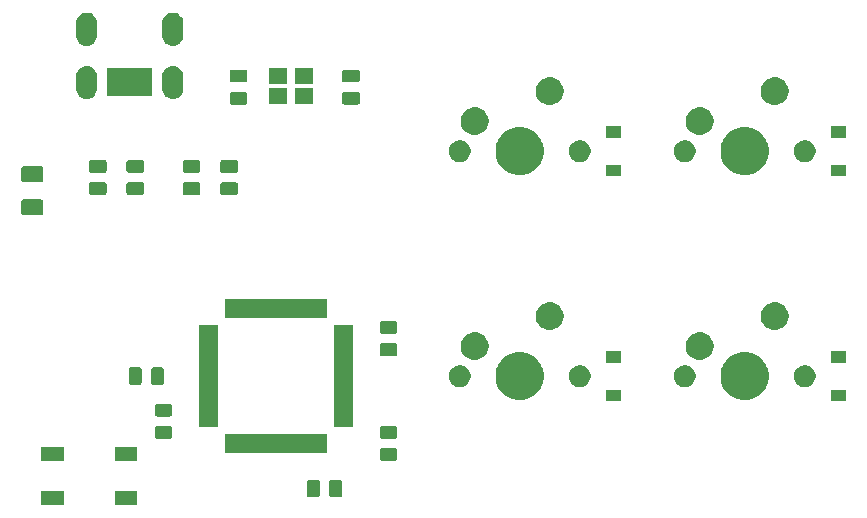
<source format=gbs>
G04 #@! TF.GenerationSoftware,KiCad,Pcbnew,(5.1.5)-3*
G04 #@! TF.CreationDate,2020-03-21T14:26:23+08:00*
G04 #@! TF.ProjectId,PCB Design,50434220-4465-4736-9967-6e2e6b696361,rev?*
G04 #@! TF.SameCoordinates,Original*
G04 #@! TF.FileFunction,Soldermask,Bot*
G04 #@! TF.FilePolarity,Negative*
%FSLAX46Y46*%
G04 Gerber Fmt 4.6, Leading zero omitted, Abs format (unit mm)*
G04 Created by KiCad (PCBNEW (5.1.5)-3) date 2020-03-21 14:26:23*
%MOMM*%
%LPD*%
G04 APERTURE LIST*
%ADD10C,0.100000*%
G04 APERTURE END LIST*
D10*
G36*
X175576000Y-166494750D02*
G01*
X173674000Y-166494750D01*
X173674000Y-165292750D01*
X175576000Y-165292750D01*
X175576000Y-166494750D01*
G37*
G36*
X169376000Y-166494750D02*
G01*
X167474000Y-166494750D01*
X167474000Y-165292750D01*
X169376000Y-165292750D01*
X169376000Y-166494750D01*
G37*
G36*
X190871968Y-164353565D02*
G01*
X190910638Y-164365296D01*
X190946277Y-164384346D01*
X190977517Y-164409983D01*
X191003154Y-164441223D01*
X191022204Y-164476862D01*
X191033935Y-164515532D01*
X191038500Y-164561888D01*
X191038500Y-165638112D01*
X191033935Y-165684468D01*
X191022204Y-165723138D01*
X191003154Y-165758777D01*
X190977517Y-165790017D01*
X190946277Y-165815654D01*
X190910638Y-165834704D01*
X190871968Y-165846435D01*
X190825612Y-165851000D01*
X190174388Y-165851000D01*
X190128032Y-165846435D01*
X190089362Y-165834704D01*
X190053723Y-165815654D01*
X190022483Y-165790017D01*
X189996846Y-165758777D01*
X189977796Y-165723138D01*
X189966065Y-165684468D01*
X189961500Y-165638112D01*
X189961500Y-164561888D01*
X189966065Y-164515532D01*
X189977796Y-164476862D01*
X189996846Y-164441223D01*
X190022483Y-164409983D01*
X190053723Y-164384346D01*
X190089362Y-164365296D01*
X190128032Y-164353565D01*
X190174388Y-164349000D01*
X190825612Y-164349000D01*
X190871968Y-164353565D01*
G37*
G36*
X192746968Y-164353565D02*
G01*
X192785638Y-164365296D01*
X192821277Y-164384346D01*
X192852517Y-164409983D01*
X192878154Y-164441223D01*
X192897204Y-164476862D01*
X192908935Y-164515532D01*
X192913500Y-164561888D01*
X192913500Y-165638112D01*
X192908935Y-165684468D01*
X192897204Y-165723138D01*
X192878154Y-165758777D01*
X192852517Y-165790017D01*
X192821277Y-165815654D01*
X192785638Y-165834704D01*
X192746968Y-165846435D01*
X192700612Y-165851000D01*
X192049388Y-165851000D01*
X192003032Y-165846435D01*
X191964362Y-165834704D01*
X191928723Y-165815654D01*
X191897483Y-165790017D01*
X191871846Y-165758777D01*
X191852796Y-165723138D01*
X191841065Y-165684468D01*
X191836500Y-165638112D01*
X191836500Y-164561888D01*
X191841065Y-164515532D01*
X191852796Y-164476862D01*
X191871846Y-164441223D01*
X191897483Y-164409983D01*
X191928723Y-164384346D01*
X191964362Y-164365296D01*
X192003032Y-164353565D01*
X192049388Y-164349000D01*
X192700612Y-164349000D01*
X192746968Y-164353565D01*
G37*
G36*
X169376000Y-162794750D02*
G01*
X167474000Y-162794750D01*
X167474000Y-161592750D01*
X169376000Y-161592750D01*
X169376000Y-162794750D01*
G37*
G36*
X175576000Y-162794750D02*
G01*
X173674000Y-162794750D01*
X173674000Y-161592750D01*
X175576000Y-161592750D01*
X175576000Y-162794750D01*
G37*
G36*
X197434468Y-161678565D02*
G01*
X197473138Y-161690296D01*
X197508777Y-161709346D01*
X197540017Y-161734983D01*
X197565654Y-161766223D01*
X197584704Y-161801862D01*
X197596435Y-161840532D01*
X197601000Y-161886888D01*
X197601000Y-162538112D01*
X197596435Y-162584468D01*
X197584704Y-162623138D01*
X197565654Y-162658777D01*
X197540017Y-162690017D01*
X197508777Y-162715654D01*
X197473138Y-162734704D01*
X197434468Y-162746435D01*
X197388112Y-162751000D01*
X196311888Y-162751000D01*
X196265532Y-162746435D01*
X196226862Y-162734704D01*
X196191223Y-162715654D01*
X196159983Y-162690017D01*
X196134346Y-162658777D01*
X196115296Y-162623138D01*
X196103565Y-162584468D01*
X196099000Y-162538112D01*
X196099000Y-161886888D01*
X196103565Y-161840532D01*
X196115296Y-161801862D01*
X196134346Y-161766223D01*
X196159983Y-161734983D01*
X196191223Y-161709346D01*
X196226862Y-161690296D01*
X196265532Y-161678565D01*
X196311888Y-161674000D01*
X197388112Y-161674000D01*
X197434468Y-161678565D01*
G37*
G36*
X191651000Y-162076000D02*
G01*
X182999000Y-162076000D01*
X182999000Y-160474000D01*
X191651000Y-160474000D01*
X191651000Y-162076000D01*
G37*
G36*
X197434468Y-159803565D02*
G01*
X197473138Y-159815296D01*
X197508777Y-159834346D01*
X197540017Y-159859983D01*
X197565654Y-159891223D01*
X197584704Y-159926862D01*
X197596435Y-159965532D01*
X197601000Y-160011888D01*
X197601000Y-160663112D01*
X197596435Y-160709468D01*
X197584704Y-160748138D01*
X197565654Y-160783777D01*
X197540017Y-160815017D01*
X197508777Y-160840654D01*
X197473138Y-160859704D01*
X197434468Y-160871435D01*
X197388112Y-160876000D01*
X196311888Y-160876000D01*
X196265532Y-160871435D01*
X196226862Y-160859704D01*
X196191223Y-160840654D01*
X196159983Y-160815017D01*
X196134346Y-160783777D01*
X196115296Y-160748138D01*
X196103565Y-160709468D01*
X196099000Y-160663112D01*
X196099000Y-160011888D01*
X196103565Y-159965532D01*
X196115296Y-159926862D01*
X196134346Y-159891223D01*
X196159983Y-159859983D01*
X196191223Y-159834346D01*
X196226862Y-159815296D01*
X196265532Y-159803565D01*
X196311888Y-159799000D01*
X197388112Y-159799000D01*
X197434468Y-159803565D01*
G37*
G36*
X178384468Y-159803565D02*
G01*
X178423138Y-159815296D01*
X178458777Y-159834346D01*
X178490017Y-159859983D01*
X178515654Y-159891223D01*
X178534704Y-159926862D01*
X178546435Y-159965532D01*
X178551000Y-160011888D01*
X178551000Y-160663112D01*
X178546435Y-160709468D01*
X178534704Y-160748138D01*
X178515654Y-160783777D01*
X178490017Y-160815017D01*
X178458777Y-160840654D01*
X178423138Y-160859704D01*
X178384468Y-160871435D01*
X178338112Y-160876000D01*
X177261888Y-160876000D01*
X177215532Y-160871435D01*
X177176862Y-160859704D01*
X177141223Y-160840654D01*
X177109983Y-160815017D01*
X177084346Y-160783777D01*
X177065296Y-160748138D01*
X177053565Y-160709468D01*
X177049000Y-160663112D01*
X177049000Y-160011888D01*
X177053565Y-159965532D01*
X177065296Y-159926862D01*
X177084346Y-159891223D01*
X177109983Y-159859983D01*
X177141223Y-159834346D01*
X177176862Y-159815296D01*
X177215532Y-159803565D01*
X177261888Y-159799000D01*
X178338112Y-159799000D01*
X178384468Y-159803565D01*
G37*
G36*
X182426000Y-159901000D02*
G01*
X180824000Y-159901000D01*
X180824000Y-151249000D01*
X182426000Y-151249000D01*
X182426000Y-159901000D01*
G37*
G36*
X193826000Y-159901000D02*
G01*
X192224000Y-159901000D01*
X192224000Y-151249000D01*
X193826000Y-151249000D01*
X193826000Y-159901000D01*
G37*
G36*
X178384468Y-157928565D02*
G01*
X178423138Y-157940296D01*
X178458777Y-157959346D01*
X178490017Y-157984983D01*
X178515654Y-158016223D01*
X178534704Y-158051862D01*
X178546435Y-158090532D01*
X178551000Y-158136888D01*
X178551000Y-158788112D01*
X178546435Y-158834468D01*
X178534704Y-158873138D01*
X178515654Y-158908777D01*
X178490017Y-158940017D01*
X178458777Y-158965654D01*
X178423138Y-158984704D01*
X178384468Y-158996435D01*
X178338112Y-159001000D01*
X177261888Y-159001000D01*
X177215532Y-158996435D01*
X177176862Y-158984704D01*
X177141223Y-158965654D01*
X177109983Y-158940017D01*
X177084346Y-158908777D01*
X177065296Y-158873138D01*
X177053565Y-158834468D01*
X177049000Y-158788112D01*
X177049000Y-158136888D01*
X177053565Y-158090532D01*
X177065296Y-158051862D01*
X177084346Y-158016223D01*
X177109983Y-157984983D01*
X177141223Y-157959346D01*
X177176862Y-157940296D01*
X177215532Y-157928565D01*
X177261888Y-157924000D01*
X178338112Y-157924000D01*
X178384468Y-157928565D01*
G37*
G36*
X235601000Y-157726000D02*
G01*
X234299000Y-157726000D01*
X234299000Y-156724000D01*
X235601000Y-156724000D01*
X235601000Y-157726000D01*
G37*
G36*
X216551000Y-157726000D02*
G01*
X215249000Y-157726000D01*
X215249000Y-156724000D01*
X216551000Y-156724000D01*
X216551000Y-157726000D01*
G37*
G36*
X208558974Y-153608684D02*
G01*
X208776974Y-153698983D01*
X208931123Y-153762833D01*
X209266048Y-153986623D01*
X209550877Y-154271452D01*
X209774667Y-154606377D01*
X209807062Y-154684586D01*
X209928816Y-154978526D01*
X210007400Y-155373594D01*
X210007400Y-155776406D01*
X209928816Y-156171474D01*
X209877951Y-156294272D01*
X209774667Y-156543623D01*
X209550877Y-156878548D01*
X209266048Y-157163377D01*
X208931123Y-157387167D01*
X208776974Y-157451017D01*
X208558974Y-157541316D01*
X208163906Y-157619900D01*
X207761094Y-157619900D01*
X207366026Y-157541316D01*
X207148026Y-157451017D01*
X206993877Y-157387167D01*
X206658952Y-157163377D01*
X206374123Y-156878548D01*
X206150333Y-156543623D01*
X206047049Y-156294272D01*
X205996184Y-156171474D01*
X205917600Y-155776406D01*
X205917600Y-155373594D01*
X205996184Y-154978526D01*
X206117938Y-154684586D01*
X206150333Y-154606377D01*
X206374123Y-154271452D01*
X206658952Y-153986623D01*
X206993877Y-153762833D01*
X207148026Y-153698983D01*
X207366026Y-153608684D01*
X207761094Y-153530100D01*
X208163906Y-153530100D01*
X208558974Y-153608684D01*
G37*
G36*
X227608974Y-153608684D02*
G01*
X227826974Y-153698983D01*
X227981123Y-153762833D01*
X228316048Y-153986623D01*
X228600877Y-154271452D01*
X228824667Y-154606377D01*
X228857062Y-154684586D01*
X228978816Y-154978526D01*
X229057400Y-155373594D01*
X229057400Y-155776406D01*
X228978816Y-156171474D01*
X228927951Y-156294272D01*
X228824667Y-156543623D01*
X228600877Y-156878548D01*
X228316048Y-157163377D01*
X227981123Y-157387167D01*
X227826974Y-157451017D01*
X227608974Y-157541316D01*
X227213906Y-157619900D01*
X226811094Y-157619900D01*
X226416026Y-157541316D01*
X226198026Y-157451017D01*
X226043877Y-157387167D01*
X225708952Y-157163377D01*
X225424123Y-156878548D01*
X225200333Y-156543623D01*
X225097049Y-156294272D01*
X225046184Y-156171474D01*
X224967600Y-155776406D01*
X224967600Y-155373594D01*
X225046184Y-154978526D01*
X225167938Y-154684586D01*
X225200333Y-154606377D01*
X225424123Y-154271452D01*
X225708952Y-153986623D01*
X226043877Y-153762833D01*
X226198026Y-153698983D01*
X226416026Y-153608684D01*
X226811094Y-153530100D01*
X227213906Y-153530100D01*
X227608974Y-153608684D01*
G37*
G36*
X203152604Y-154684585D02*
G01*
X203321126Y-154754389D01*
X203472791Y-154855728D01*
X203601772Y-154984709D01*
X203703111Y-155136374D01*
X203772915Y-155304896D01*
X203808500Y-155483797D01*
X203808500Y-155666203D01*
X203772915Y-155845104D01*
X203703111Y-156013626D01*
X203601772Y-156165291D01*
X203472791Y-156294272D01*
X203321126Y-156395611D01*
X203152604Y-156465415D01*
X202973703Y-156501000D01*
X202791297Y-156501000D01*
X202612396Y-156465415D01*
X202443874Y-156395611D01*
X202292209Y-156294272D01*
X202163228Y-156165291D01*
X202061889Y-156013626D01*
X201992085Y-155845104D01*
X201956500Y-155666203D01*
X201956500Y-155483797D01*
X201992085Y-155304896D01*
X202061889Y-155136374D01*
X202163228Y-154984709D01*
X202292209Y-154855728D01*
X202443874Y-154754389D01*
X202612396Y-154684585D01*
X202791297Y-154649000D01*
X202973703Y-154649000D01*
X203152604Y-154684585D01*
G37*
G36*
X232362604Y-154684585D02*
G01*
X232531126Y-154754389D01*
X232682791Y-154855728D01*
X232811772Y-154984709D01*
X232913111Y-155136374D01*
X232982915Y-155304896D01*
X233018500Y-155483797D01*
X233018500Y-155666203D01*
X232982915Y-155845104D01*
X232913111Y-156013626D01*
X232811772Y-156165291D01*
X232682791Y-156294272D01*
X232531126Y-156395611D01*
X232362604Y-156465415D01*
X232183703Y-156501000D01*
X232001297Y-156501000D01*
X231822396Y-156465415D01*
X231653874Y-156395611D01*
X231502209Y-156294272D01*
X231373228Y-156165291D01*
X231271889Y-156013626D01*
X231202085Y-155845104D01*
X231166500Y-155666203D01*
X231166500Y-155483797D01*
X231202085Y-155304896D01*
X231271889Y-155136374D01*
X231373228Y-154984709D01*
X231502209Y-154855728D01*
X231653874Y-154754389D01*
X231822396Y-154684585D01*
X232001297Y-154649000D01*
X232183703Y-154649000D01*
X232362604Y-154684585D01*
G37*
G36*
X222202604Y-154684585D02*
G01*
X222371126Y-154754389D01*
X222522791Y-154855728D01*
X222651772Y-154984709D01*
X222753111Y-155136374D01*
X222822915Y-155304896D01*
X222858500Y-155483797D01*
X222858500Y-155666203D01*
X222822915Y-155845104D01*
X222753111Y-156013626D01*
X222651772Y-156165291D01*
X222522791Y-156294272D01*
X222371126Y-156395611D01*
X222202604Y-156465415D01*
X222023703Y-156501000D01*
X221841297Y-156501000D01*
X221662396Y-156465415D01*
X221493874Y-156395611D01*
X221342209Y-156294272D01*
X221213228Y-156165291D01*
X221111889Y-156013626D01*
X221042085Y-155845104D01*
X221006500Y-155666203D01*
X221006500Y-155483797D01*
X221042085Y-155304896D01*
X221111889Y-155136374D01*
X221213228Y-154984709D01*
X221342209Y-154855728D01*
X221493874Y-154754389D01*
X221662396Y-154684585D01*
X221841297Y-154649000D01*
X222023703Y-154649000D01*
X222202604Y-154684585D01*
G37*
G36*
X213312604Y-154684585D02*
G01*
X213481126Y-154754389D01*
X213632791Y-154855728D01*
X213761772Y-154984709D01*
X213863111Y-155136374D01*
X213932915Y-155304896D01*
X213968500Y-155483797D01*
X213968500Y-155666203D01*
X213932915Y-155845104D01*
X213863111Y-156013626D01*
X213761772Y-156165291D01*
X213632791Y-156294272D01*
X213481126Y-156395611D01*
X213312604Y-156465415D01*
X213133703Y-156501000D01*
X212951297Y-156501000D01*
X212772396Y-156465415D01*
X212603874Y-156395611D01*
X212452209Y-156294272D01*
X212323228Y-156165291D01*
X212221889Y-156013626D01*
X212152085Y-155845104D01*
X212116500Y-155666203D01*
X212116500Y-155483797D01*
X212152085Y-155304896D01*
X212221889Y-155136374D01*
X212323228Y-154984709D01*
X212452209Y-154855728D01*
X212603874Y-154754389D01*
X212772396Y-154684585D01*
X212951297Y-154649000D01*
X213133703Y-154649000D01*
X213312604Y-154684585D01*
G37*
G36*
X175790718Y-154828565D02*
G01*
X175829388Y-154840296D01*
X175865027Y-154859346D01*
X175896267Y-154884983D01*
X175921904Y-154916223D01*
X175940954Y-154951862D01*
X175952685Y-154990532D01*
X175957250Y-155036888D01*
X175957250Y-156113112D01*
X175952685Y-156159468D01*
X175940954Y-156198138D01*
X175921904Y-156233777D01*
X175896267Y-156265017D01*
X175865027Y-156290654D01*
X175829388Y-156309704D01*
X175790718Y-156321435D01*
X175744362Y-156326000D01*
X175093138Y-156326000D01*
X175046782Y-156321435D01*
X175008112Y-156309704D01*
X174972473Y-156290654D01*
X174941233Y-156265017D01*
X174915596Y-156233777D01*
X174896546Y-156198138D01*
X174884815Y-156159468D01*
X174880250Y-156113112D01*
X174880250Y-155036888D01*
X174884815Y-154990532D01*
X174896546Y-154951862D01*
X174915596Y-154916223D01*
X174941233Y-154884983D01*
X174972473Y-154859346D01*
X175008112Y-154840296D01*
X175046782Y-154828565D01*
X175093138Y-154824000D01*
X175744362Y-154824000D01*
X175790718Y-154828565D01*
G37*
G36*
X177665718Y-154828565D02*
G01*
X177704388Y-154840296D01*
X177740027Y-154859346D01*
X177771267Y-154884983D01*
X177796904Y-154916223D01*
X177815954Y-154951862D01*
X177827685Y-154990532D01*
X177832250Y-155036888D01*
X177832250Y-156113112D01*
X177827685Y-156159468D01*
X177815954Y-156198138D01*
X177796904Y-156233777D01*
X177771267Y-156265017D01*
X177740027Y-156290654D01*
X177704388Y-156309704D01*
X177665718Y-156321435D01*
X177619362Y-156326000D01*
X176968138Y-156326000D01*
X176921782Y-156321435D01*
X176883112Y-156309704D01*
X176847473Y-156290654D01*
X176816233Y-156265017D01*
X176790596Y-156233777D01*
X176771546Y-156198138D01*
X176759815Y-156159468D01*
X176755250Y-156113112D01*
X176755250Y-155036888D01*
X176759815Y-154990532D01*
X176771546Y-154951862D01*
X176790596Y-154916223D01*
X176816233Y-154884983D01*
X176847473Y-154859346D01*
X176883112Y-154840296D01*
X176921782Y-154828565D01*
X176968138Y-154824000D01*
X177619362Y-154824000D01*
X177665718Y-154828565D01*
G37*
G36*
X216551000Y-154426000D02*
G01*
X215249000Y-154426000D01*
X215249000Y-153424000D01*
X216551000Y-153424000D01*
X216551000Y-154426000D01*
G37*
G36*
X235601000Y-154426000D02*
G01*
X234299000Y-154426000D01*
X234299000Y-153424000D01*
X235601000Y-153424000D01*
X235601000Y-154426000D01*
G37*
G36*
X204339403Y-151873138D02*
G01*
X204495527Y-151904193D01*
X204709545Y-151992842D01*
X204714922Y-151996435D01*
X204902154Y-152121539D01*
X205065961Y-152285346D01*
X205151758Y-152413751D01*
X205194658Y-152477955D01*
X205283307Y-152691973D01*
X205304596Y-152799000D01*
X205328399Y-152918663D01*
X205328500Y-152919174D01*
X205328500Y-153150826D01*
X205283307Y-153378027D01*
X205194658Y-153592045D01*
X205194657Y-153592046D01*
X205065961Y-153784654D01*
X204902154Y-153948461D01*
X204845040Y-153986623D01*
X204709545Y-154077158D01*
X204495527Y-154165807D01*
X204344060Y-154195936D01*
X204268327Y-154211000D01*
X204036673Y-154211000D01*
X203960940Y-154195936D01*
X203809473Y-154165807D01*
X203595455Y-154077158D01*
X203459960Y-153986623D01*
X203402846Y-153948461D01*
X203239039Y-153784654D01*
X203110343Y-153592046D01*
X203110342Y-153592045D01*
X203021693Y-153378027D01*
X202976500Y-153150826D01*
X202976500Y-152919174D01*
X202976602Y-152918663D01*
X203000404Y-152799000D01*
X203021693Y-152691973D01*
X203110342Y-152477955D01*
X203153242Y-152413751D01*
X203239039Y-152285346D01*
X203402846Y-152121539D01*
X203590078Y-151996435D01*
X203595455Y-151992842D01*
X203809473Y-151904193D01*
X203965597Y-151873138D01*
X204036673Y-151859000D01*
X204268327Y-151859000D01*
X204339403Y-151873138D01*
G37*
G36*
X223389403Y-151873138D02*
G01*
X223545527Y-151904193D01*
X223759545Y-151992842D01*
X223764922Y-151996435D01*
X223952154Y-152121539D01*
X224115961Y-152285346D01*
X224201758Y-152413751D01*
X224244658Y-152477955D01*
X224333307Y-152691973D01*
X224354596Y-152799000D01*
X224378399Y-152918663D01*
X224378500Y-152919174D01*
X224378500Y-153150826D01*
X224333307Y-153378027D01*
X224244658Y-153592045D01*
X224244657Y-153592046D01*
X224115961Y-153784654D01*
X223952154Y-153948461D01*
X223895040Y-153986623D01*
X223759545Y-154077158D01*
X223545527Y-154165807D01*
X223394060Y-154195936D01*
X223318327Y-154211000D01*
X223086673Y-154211000D01*
X223010940Y-154195936D01*
X222859473Y-154165807D01*
X222645455Y-154077158D01*
X222509960Y-153986623D01*
X222452846Y-153948461D01*
X222289039Y-153784654D01*
X222160343Y-153592046D01*
X222160342Y-153592045D01*
X222071693Y-153378027D01*
X222026500Y-153150826D01*
X222026500Y-152919174D01*
X222026602Y-152918663D01*
X222050404Y-152799000D01*
X222071693Y-152691973D01*
X222160342Y-152477955D01*
X222203242Y-152413751D01*
X222289039Y-152285346D01*
X222452846Y-152121539D01*
X222640078Y-151996435D01*
X222645455Y-151992842D01*
X222859473Y-151904193D01*
X223015597Y-151873138D01*
X223086673Y-151859000D01*
X223318327Y-151859000D01*
X223389403Y-151873138D01*
G37*
G36*
X197434468Y-152803565D02*
G01*
X197473138Y-152815296D01*
X197508777Y-152834346D01*
X197540017Y-152859983D01*
X197565654Y-152891223D01*
X197584704Y-152926862D01*
X197596435Y-152965532D01*
X197601000Y-153011888D01*
X197601000Y-153663112D01*
X197596435Y-153709468D01*
X197584704Y-153748138D01*
X197565654Y-153783777D01*
X197540017Y-153815017D01*
X197508777Y-153840654D01*
X197473138Y-153859704D01*
X197434468Y-153871435D01*
X197388112Y-153876000D01*
X196311888Y-153876000D01*
X196265532Y-153871435D01*
X196226862Y-153859704D01*
X196191223Y-153840654D01*
X196159983Y-153815017D01*
X196134346Y-153783777D01*
X196115296Y-153748138D01*
X196103565Y-153709468D01*
X196099000Y-153663112D01*
X196099000Y-153011888D01*
X196103565Y-152965532D01*
X196115296Y-152926862D01*
X196134346Y-152891223D01*
X196159983Y-152859983D01*
X196191223Y-152834346D01*
X196226862Y-152815296D01*
X196265532Y-152803565D01*
X196311888Y-152799000D01*
X197388112Y-152799000D01*
X197434468Y-152803565D01*
G37*
G36*
X197434468Y-150928565D02*
G01*
X197473138Y-150940296D01*
X197508777Y-150959346D01*
X197540017Y-150984983D01*
X197565654Y-151016223D01*
X197584704Y-151051862D01*
X197596435Y-151090532D01*
X197601000Y-151136888D01*
X197601000Y-151788112D01*
X197596435Y-151834468D01*
X197584704Y-151873138D01*
X197565654Y-151908777D01*
X197540017Y-151940017D01*
X197508777Y-151965654D01*
X197473138Y-151984704D01*
X197434468Y-151996435D01*
X197388112Y-152001000D01*
X196311888Y-152001000D01*
X196265532Y-151996435D01*
X196226862Y-151984704D01*
X196191223Y-151965654D01*
X196159983Y-151940017D01*
X196134346Y-151908777D01*
X196115296Y-151873138D01*
X196103565Y-151834468D01*
X196099000Y-151788112D01*
X196099000Y-151136888D01*
X196103565Y-151090532D01*
X196115296Y-151051862D01*
X196134346Y-151016223D01*
X196159983Y-150984983D01*
X196191223Y-150959346D01*
X196226862Y-150940296D01*
X196265532Y-150928565D01*
X196311888Y-150924000D01*
X197388112Y-150924000D01*
X197434468Y-150928565D01*
G37*
G36*
X229744060Y-149334064D02*
G01*
X229895527Y-149364193D01*
X230109545Y-149452842D01*
X230109546Y-149452843D01*
X230302154Y-149581539D01*
X230465961Y-149745346D01*
X230551758Y-149873751D01*
X230594658Y-149937955D01*
X230683307Y-150151973D01*
X230728500Y-150379174D01*
X230728500Y-150610826D01*
X230683307Y-150838027D01*
X230594658Y-151052045D01*
X230568942Y-151090532D01*
X230465961Y-151244654D01*
X230302154Y-151408461D01*
X230173749Y-151494258D01*
X230109545Y-151537158D01*
X229895527Y-151625807D01*
X229744060Y-151655936D01*
X229668327Y-151671000D01*
X229436673Y-151671000D01*
X229360940Y-151655936D01*
X229209473Y-151625807D01*
X228995455Y-151537158D01*
X228931251Y-151494258D01*
X228802846Y-151408461D01*
X228639039Y-151244654D01*
X228536058Y-151090532D01*
X228510342Y-151052045D01*
X228421693Y-150838027D01*
X228376500Y-150610826D01*
X228376500Y-150379174D01*
X228421693Y-150151973D01*
X228510342Y-149937955D01*
X228553242Y-149873751D01*
X228639039Y-149745346D01*
X228802846Y-149581539D01*
X228995454Y-149452843D01*
X228995455Y-149452842D01*
X229209473Y-149364193D01*
X229360940Y-149334064D01*
X229436673Y-149319000D01*
X229668327Y-149319000D01*
X229744060Y-149334064D01*
G37*
G36*
X210694060Y-149334064D02*
G01*
X210845527Y-149364193D01*
X211059545Y-149452842D01*
X211059546Y-149452843D01*
X211252154Y-149581539D01*
X211415961Y-149745346D01*
X211501758Y-149873751D01*
X211544658Y-149937955D01*
X211633307Y-150151973D01*
X211678500Y-150379174D01*
X211678500Y-150610826D01*
X211633307Y-150838027D01*
X211544658Y-151052045D01*
X211518942Y-151090532D01*
X211415961Y-151244654D01*
X211252154Y-151408461D01*
X211123749Y-151494258D01*
X211059545Y-151537158D01*
X210845527Y-151625807D01*
X210694060Y-151655936D01*
X210618327Y-151671000D01*
X210386673Y-151671000D01*
X210310940Y-151655936D01*
X210159473Y-151625807D01*
X209945455Y-151537158D01*
X209881251Y-151494258D01*
X209752846Y-151408461D01*
X209589039Y-151244654D01*
X209486058Y-151090532D01*
X209460342Y-151052045D01*
X209371693Y-150838027D01*
X209326500Y-150610826D01*
X209326500Y-150379174D01*
X209371693Y-150151973D01*
X209460342Y-149937955D01*
X209503242Y-149873751D01*
X209589039Y-149745346D01*
X209752846Y-149581539D01*
X209945454Y-149452843D01*
X209945455Y-149452842D01*
X210159473Y-149364193D01*
X210310940Y-149334064D01*
X210386673Y-149319000D01*
X210618327Y-149319000D01*
X210694060Y-149334064D01*
G37*
G36*
X191651000Y-150676000D02*
G01*
X182999000Y-150676000D01*
X182999000Y-149074000D01*
X191651000Y-149074000D01*
X191651000Y-150676000D01*
G37*
G36*
X167456104Y-140615847D02*
G01*
X167492644Y-140626932D01*
X167526321Y-140644933D01*
X167555841Y-140669159D01*
X167580067Y-140698679D01*
X167598068Y-140732356D01*
X167609153Y-140768896D01*
X167613500Y-140813038D01*
X167613500Y-141761962D01*
X167609153Y-141806104D01*
X167598068Y-141842644D01*
X167580067Y-141876321D01*
X167555841Y-141905841D01*
X167526321Y-141930067D01*
X167492644Y-141948068D01*
X167456104Y-141959153D01*
X167411962Y-141963500D01*
X165963038Y-141963500D01*
X165918896Y-141959153D01*
X165882356Y-141948068D01*
X165848679Y-141930067D01*
X165819159Y-141905841D01*
X165794933Y-141876321D01*
X165776932Y-141842644D01*
X165765847Y-141806104D01*
X165761500Y-141761962D01*
X165761500Y-140813038D01*
X165765847Y-140768896D01*
X165776932Y-140732356D01*
X165794933Y-140698679D01*
X165819159Y-140669159D01*
X165848679Y-140644933D01*
X165882356Y-140626932D01*
X165918896Y-140615847D01*
X165963038Y-140611500D01*
X167411962Y-140611500D01*
X167456104Y-140615847D01*
G37*
G36*
X183940718Y-139166065D02*
G01*
X183979388Y-139177796D01*
X184015027Y-139196846D01*
X184046267Y-139222483D01*
X184071904Y-139253723D01*
X184090954Y-139289362D01*
X184102685Y-139328032D01*
X184107250Y-139374388D01*
X184107250Y-140025612D01*
X184102685Y-140071968D01*
X184090954Y-140110638D01*
X184071904Y-140146277D01*
X184046267Y-140177517D01*
X184015027Y-140203154D01*
X183979388Y-140222204D01*
X183940718Y-140233935D01*
X183894362Y-140238500D01*
X182818138Y-140238500D01*
X182771782Y-140233935D01*
X182733112Y-140222204D01*
X182697473Y-140203154D01*
X182666233Y-140177517D01*
X182640596Y-140146277D01*
X182621546Y-140110638D01*
X182609815Y-140071968D01*
X182605250Y-140025612D01*
X182605250Y-139374388D01*
X182609815Y-139328032D01*
X182621546Y-139289362D01*
X182640596Y-139253723D01*
X182666233Y-139222483D01*
X182697473Y-139196846D01*
X182733112Y-139177796D01*
X182771782Y-139166065D01*
X182818138Y-139161500D01*
X183894362Y-139161500D01*
X183940718Y-139166065D01*
G37*
G36*
X172828218Y-139166065D02*
G01*
X172866888Y-139177796D01*
X172902527Y-139196846D01*
X172933767Y-139222483D01*
X172959404Y-139253723D01*
X172978454Y-139289362D01*
X172990185Y-139328032D01*
X172994750Y-139374388D01*
X172994750Y-140025612D01*
X172990185Y-140071968D01*
X172978454Y-140110638D01*
X172959404Y-140146277D01*
X172933767Y-140177517D01*
X172902527Y-140203154D01*
X172866888Y-140222204D01*
X172828218Y-140233935D01*
X172781862Y-140238500D01*
X171705638Y-140238500D01*
X171659282Y-140233935D01*
X171620612Y-140222204D01*
X171584973Y-140203154D01*
X171553733Y-140177517D01*
X171528096Y-140146277D01*
X171509046Y-140110638D01*
X171497315Y-140071968D01*
X171492750Y-140025612D01*
X171492750Y-139374388D01*
X171497315Y-139328032D01*
X171509046Y-139289362D01*
X171528096Y-139253723D01*
X171553733Y-139222483D01*
X171584973Y-139196846D01*
X171620612Y-139177796D01*
X171659282Y-139166065D01*
X171705638Y-139161500D01*
X172781862Y-139161500D01*
X172828218Y-139166065D01*
G37*
G36*
X180765718Y-139166065D02*
G01*
X180804388Y-139177796D01*
X180840027Y-139196846D01*
X180871267Y-139222483D01*
X180896904Y-139253723D01*
X180915954Y-139289362D01*
X180927685Y-139328032D01*
X180932250Y-139374388D01*
X180932250Y-140025612D01*
X180927685Y-140071968D01*
X180915954Y-140110638D01*
X180896904Y-140146277D01*
X180871267Y-140177517D01*
X180840027Y-140203154D01*
X180804388Y-140222204D01*
X180765718Y-140233935D01*
X180719362Y-140238500D01*
X179643138Y-140238500D01*
X179596782Y-140233935D01*
X179558112Y-140222204D01*
X179522473Y-140203154D01*
X179491233Y-140177517D01*
X179465596Y-140146277D01*
X179446546Y-140110638D01*
X179434815Y-140071968D01*
X179430250Y-140025612D01*
X179430250Y-139374388D01*
X179434815Y-139328032D01*
X179446546Y-139289362D01*
X179465596Y-139253723D01*
X179491233Y-139222483D01*
X179522473Y-139196846D01*
X179558112Y-139177796D01*
X179596782Y-139166065D01*
X179643138Y-139161500D01*
X180719362Y-139161500D01*
X180765718Y-139166065D01*
G37*
G36*
X176003218Y-139166065D02*
G01*
X176041888Y-139177796D01*
X176077527Y-139196846D01*
X176108767Y-139222483D01*
X176134404Y-139253723D01*
X176153454Y-139289362D01*
X176165185Y-139328032D01*
X176169750Y-139374388D01*
X176169750Y-140025612D01*
X176165185Y-140071968D01*
X176153454Y-140110638D01*
X176134404Y-140146277D01*
X176108767Y-140177517D01*
X176077527Y-140203154D01*
X176041888Y-140222204D01*
X176003218Y-140233935D01*
X175956862Y-140238500D01*
X174880638Y-140238500D01*
X174834282Y-140233935D01*
X174795612Y-140222204D01*
X174759973Y-140203154D01*
X174728733Y-140177517D01*
X174703096Y-140146277D01*
X174684046Y-140110638D01*
X174672315Y-140071968D01*
X174667750Y-140025612D01*
X174667750Y-139374388D01*
X174672315Y-139328032D01*
X174684046Y-139289362D01*
X174703096Y-139253723D01*
X174728733Y-139222483D01*
X174759973Y-139196846D01*
X174795612Y-139177796D01*
X174834282Y-139166065D01*
X174880638Y-139161500D01*
X175956862Y-139161500D01*
X176003218Y-139166065D01*
G37*
G36*
X167456104Y-137815847D02*
G01*
X167492644Y-137826932D01*
X167526321Y-137844933D01*
X167555841Y-137869159D01*
X167580067Y-137898679D01*
X167598068Y-137932356D01*
X167609153Y-137968896D01*
X167613500Y-138013038D01*
X167613500Y-138961962D01*
X167609153Y-139006104D01*
X167598068Y-139042644D01*
X167580067Y-139076321D01*
X167555841Y-139105841D01*
X167526321Y-139130067D01*
X167492644Y-139148068D01*
X167456104Y-139159153D01*
X167411962Y-139163500D01*
X165963038Y-139163500D01*
X165918896Y-139159153D01*
X165882356Y-139148068D01*
X165848679Y-139130067D01*
X165819159Y-139105841D01*
X165794933Y-139076321D01*
X165776932Y-139042644D01*
X165765847Y-139006104D01*
X165761500Y-138961962D01*
X165761500Y-138013038D01*
X165765847Y-137968896D01*
X165776932Y-137932356D01*
X165794933Y-137898679D01*
X165819159Y-137869159D01*
X165848679Y-137844933D01*
X165882356Y-137826932D01*
X165918896Y-137815847D01*
X165963038Y-137811500D01*
X167411962Y-137811500D01*
X167456104Y-137815847D01*
G37*
G36*
X235601000Y-138676000D02*
G01*
X234299000Y-138676000D01*
X234299000Y-137674000D01*
X235601000Y-137674000D01*
X235601000Y-138676000D01*
G37*
G36*
X216551000Y-138676000D02*
G01*
X215249000Y-138676000D01*
X215249000Y-137674000D01*
X216551000Y-137674000D01*
X216551000Y-138676000D01*
G37*
G36*
X227608974Y-134558684D02*
G01*
X227826974Y-134648983D01*
X227981123Y-134712833D01*
X228316048Y-134936623D01*
X228600877Y-135221452D01*
X228824667Y-135556377D01*
X228857062Y-135634586D01*
X228978816Y-135928526D01*
X229057400Y-136323594D01*
X229057400Y-136726406D01*
X228978816Y-137121474D01*
X228895819Y-137321846D01*
X228824667Y-137493623D01*
X228600877Y-137828548D01*
X228316048Y-138113377D01*
X227981123Y-138337167D01*
X227917549Y-138363500D01*
X227608974Y-138491316D01*
X227213906Y-138569900D01*
X226811094Y-138569900D01*
X226416026Y-138491316D01*
X226107451Y-138363500D01*
X226043877Y-138337167D01*
X225708952Y-138113377D01*
X225424123Y-137828548D01*
X225200333Y-137493623D01*
X225129181Y-137321846D01*
X225046184Y-137121474D01*
X224967600Y-136726406D01*
X224967600Y-136323594D01*
X225046184Y-135928526D01*
X225167938Y-135634586D01*
X225200333Y-135556377D01*
X225424123Y-135221452D01*
X225708952Y-134936623D01*
X226043877Y-134712833D01*
X226198026Y-134648983D01*
X226416026Y-134558684D01*
X226811094Y-134480100D01*
X227213906Y-134480100D01*
X227608974Y-134558684D01*
G37*
G36*
X208558974Y-134558684D02*
G01*
X208776974Y-134648983D01*
X208931123Y-134712833D01*
X209266048Y-134936623D01*
X209550877Y-135221452D01*
X209774667Y-135556377D01*
X209807062Y-135634586D01*
X209928816Y-135928526D01*
X210007400Y-136323594D01*
X210007400Y-136726406D01*
X209928816Y-137121474D01*
X209845819Y-137321846D01*
X209774667Y-137493623D01*
X209550877Y-137828548D01*
X209266048Y-138113377D01*
X208931123Y-138337167D01*
X208867549Y-138363500D01*
X208558974Y-138491316D01*
X208163906Y-138569900D01*
X207761094Y-138569900D01*
X207366026Y-138491316D01*
X207057451Y-138363500D01*
X206993877Y-138337167D01*
X206658952Y-138113377D01*
X206374123Y-137828548D01*
X206150333Y-137493623D01*
X206079181Y-137321846D01*
X205996184Y-137121474D01*
X205917600Y-136726406D01*
X205917600Y-136323594D01*
X205996184Y-135928526D01*
X206117938Y-135634586D01*
X206150333Y-135556377D01*
X206374123Y-135221452D01*
X206658952Y-134936623D01*
X206993877Y-134712833D01*
X207148026Y-134648983D01*
X207366026Y-134558684D01*
X207761094Y-134480100D01*
X208163906Y-134480100D01*
X208558974Y-134558684D01*
G37*
G36*
X172828218Y-137291065D02*
G01*
X172866888Y-137302796D01*
X172902527Y-137321846D01*
X172933767Y-137347483D01*
X172959404Y-137378723D01*
X172978454Y-137414362D01*
X172990185Y-137453032D01*
X172994750Y-137499388D01*
X172994750Y-138150612D01*
X172990185Y-138196968D01*
X172978454Y-138235638D01*
X172959404Y-138271277D01*
X172933767Y-138302517D01*
X172902527Y-138328154D01*
X172866888Y-138347204D01*
X172828218Y-138358935D01*
X172781862Y-138363500D01*
X171705638Y-138363500D01*
X171659282Y-138358935D01*
X171620612Y-138347204D01*
X171584973Y-138328154D01*
X171553733Y-138302517D01*
X171528096Y-138271277D01*
X171509046Y-138235638D01*
X171497315Y-138196968D01*
X171492750Y-138150612D01*
X171492750Y-137499388D01*
X171497315Y-137453032D01*
X171509046Y-137414362D01*
X171528096Y-137378723D01*
X171553733Y-137347483D01*
X171584973Y-137321846D01*
X171620612Y-137302796D01*
X171659282Y-137291065D01*
X171705638Y-137286500D01*
X172781862Y-137286500D01*
X172828218Y-137291065D01*
G37*
G36*
X176003218Y-137291065D02*
G01*
X176041888Y-137302796D01*
X176077527Y-137321846D01*
X176108767Y-137347483D01*
X176134404Y-137378723D01*
X176153454Y-137414362D01*
X176165185Y-137453032D01*
X176169750Y-137499388D01*
X176169750Y-138150612D01*
X176165185Y-138196968D01*
X176153454Y-138235638D01*
X176134404Y-138271277D01*
X176108767Y-138302517D01*
X176077527Y-138328154D01*
X176041888Y-138347204D01*
X176003218Y-138358935D01*
X175956862Y-138363500D01*
X174880638Y-138363500D01*
X174834282Y-138358935D01*
X174795612Y-138347204D01*
X174759973Y-138328154D01*
X174728733Y-138302517D01*
X174703096Y-138271277D01*
X174684046Y-138235638D01*
X174672315Y-138196968D01*
X174667750Y-138150612D01*
X174667750Y-137499388D01*
X174672315Y-137453032D01*
X174684046Y-137414362D01*
X174703096Y-137378723D01*
X174728733Y-137347483D01*
X174759973Y-137321846D01*
X174795612Y-137302796D01*
X174834282Y-137291065D01*
X174880638Y-137286500D01*
X175956862Y-137286500D01*
X176003218Y-137291065D01*
G37*
G36*
X180765718Y-137291065D02*
G01*
X180804388Y-137302796D01*
X180840027Y-137321846D01*
X180871267Y-137347483D01*
X180896904Y-137378723D01*
X180915954Y-137414362D01*
X180927685Y-137453032D01*
X180932250Y-137499388D01*
X180932250Y-138150612D01*
X180927685Y-138196968D01*
X180915954Y-138235638D01*
X180896904Y-138271277D01*
X180871267Y-138302517D01*
X180840027Y-138328154D01*
X180804388Y-138347204D01*
X180765718Y-138358935D01*
X180719362Y-138363500D01*
X179643138Y-138363500D01*
X179596782Y-138358935D01*
X179558112Y-138347204D01*
X179522473Y-138328154D01*
X179491233Y-138302517D01*
X179465596Y-138271277D01*
X179446546Y-138235638D01*
X179434815Y-138196968D01*
X179430250Y-138150612D01*
X179430250Y-137499388D01*
X179434815Y-137453032D01*
X179446546Y-137414362D01*
X179465596Y-137378723D01*
X179491233Y-137347483D01*
X179522473Y-137321846D01*
X179558112Y-137302796D01*
X179596782Y-137291065D01*
X179643138Y-137286500D01*
X180719362Y-137286500D01*
X180765718Y-137291065D01*
G37*
G36*
X183940718Y-137291065D02*
G01*
X183979388Y-137302796D01*
X184015027Y-137321846D01*
X184046267Y-137347483D01*
X184071904Y-137378723D01*
X184090954Y-137414362D01*
X184102685Y-137453032D01*
X184107250Y-137499388D01*
X184107250Y-138150612D01*
X184102685Y-138196968D01*
X184090954Y-138235638D01*
X184071904Y-138271277D01*
X184046267Y-138302517D01*
X184015027Y-138328154D01*
X183979388Y-138347204D01*
X183940718Y-138358935D01*
X183894362Y-138363500D01*
X182818138Y-138363500D01*
X182771782Y-138358935D01*
X182733112Y-138347204D01*
X182697473Y-138328154D01*
X182666233Y-138302517D01*
X182640596Y-138271277D01*
X182621546Y-138235638D01*
X182609815Y-138196968D01*
X182605250Y-138150612D01*
X182605250Y-137499388D01*
X182609815Y-137453032D01*
X182621546Y-137414362D01*
X182640596Y-137378723D01*
X182666233Y-137347483D01*
X182697473Y-137321846D01*
X182733112Y-137302796D01*
X182771782Y-137291065D01*
X182818138Y-137286500D01*
X183894362Y-137286500D01*
X183940718Y-137291065D01*
G37*
G36*
X232362604Y-135634585D02*
G01*
X232531126Y-135704389D01*
X232682791Y-135805728D01*
X232811772Y-135934709D01*
X232913111Y-136086374D01*
X232982915Y-136254896D01*
X233018500Y-136433797D01*
X233018500Y-136616203D01*
X232982915Y-136795104D01*
X232913111Y-136963626D01*
X232811772Y-137115291D01*
X232682791Y-137244272D01*
X232531126Y-137345611D01*
X232362604Y-137415415D01*
X232183703Y-137451000D01*
X232001297Y-137451000D01*
X231822396Y-137415415D01*
X231653874Y-137345611D01*
X231502209Y-137244272D01*
X231373228Y-137115291D01*
X231271889Y-136963626D01*
X231202085Y-136795104D01*
X231166500Y-136616203D01*
X231166500Y-136433797D01*
X231202085Y-136254896D01*
X231271889Y-136086374D01*
X231373228Y-135934709D01*
X231502209Y-135805728D01*
X231653874Y-135704389D01*
X231822396Y-135634585D01*
X232001297Y-135599000D01*
X232183703Y-135599000D01*
X232362604Y-135634585D01*
G37*
G36*
X222202604Y-135634585D02*
G01*
X222371126Y-135704389D01*
X222522791Y-135805728D01*
X222651772Y-135934709D01*
X222753111Y-136086374D01*
X222822915Y-136254896D01*
X222858500Y-136433797D01*
X222858500Y-136616203D01*
X222822915Y-136795104D01*
X222753111Y-136963626D01*
X222651772Y-137115291D01*
X222522791Y-137244272D01*
X222371126Y-137345611D01*
X222202604Y-137415415D01*
X222023703Y-137451000D01*
X221841297Y-137451000D01*
X221662396Y-137415415D01*
X221493874Y-137345611D01*
X221342209Y-137244272D01*
X221213228Y-137115291D01*
X221111889Y-136963626D01*
X221042085Y-136795104D01*
X221006500Y-136616203D01*
X221006500Y-136433797D01*
X221042085Y-136254896D01*
X221111889Y-136086374D01*
X221213228Y-135934709D01*
X221342209Y-135805728D01*
X221493874Y-135704389D01*
X221662396Y-135634585D01*
X221841297Y-135599000D01*
X222023703Y-135599000D01*
X222202604Y-135634585D01*
G37*
G36*
X213312604Y-135634585D02*
G01*
X213481126Y-135704389D01*
X213632791Y-135805728D01*
X213761772Y-135934709D01*
X213863111Y-136086374D01*
X213932915Y-136254896D01*
X213968500Y-136433797D01*
X213968500Y-136616203D01*
X213932915Y-136795104D01*
X213863111Y-136963626D01*
X213761772Y-137115291D01*
X213632791Y-137244272D01*
X213481126Y-137345611D01*
X213312604Y-137415415D01*
X213133703Y-137451000D01*
X212951297Y-137451000D01*
X212772396Y-137415415D01*
X212603874Y-137345611D01*
X212452209Y-137244272D01*
X212323228Y-137115291D01*
X212221889Y-136963626D01*
X212152085Y-136795104D01*
X212116500Y-136616203D01*
X212116500Y-136433797D01*
X212152085Y-136254896D01*
X212221889Y-136086374D01*
X212323228Y-135934709D01*
X212452209Y-135805728D01*
X212603874Y-135704389D01*
X212772396Y-135634585D01*
X212951297Y-135599000D01*
X213133703Y-135599000D01*
X213312604Y-135634585D01*
G37*
G36*
X203152604Y-135634585D02*
G01*
X203321126Y-135704389D01*
X203472791Y-135805728D01*
X203601772Y-135934709D01*
X203703111Y-136086374D01*
X203772915Y-136254896D01*
X203808500Y-136433797D01*
X203808500Y-136616203D01*
X203772915Y-136795104D01*
X203703111Y-136963626D01*
X203601772Y-137115291D01*
X203472791Y-137244272D01*
X203321126Y-137345611D01*
X203152604Y-137415415D01*
X202973703Y-137451000D01*
X202791297Y-137451000D01*
X202612396Y-137415415D01*
X202443874Y-137345611D01*
X202292209Y-137244272D01*
X202163228Y-137115291D01*
X202061889Y-136963626D01*
X201992085Y-136795104D01*
X201956500Y-136616203D01*
X201956500Y-136433797D01*
X201992085Y-136254896D01*
X202061889Y-136086374D01*
X202163228Y-135934709D01*
X202292209Y-135805728D01*
X202443874Y-135704389D01*
X202612396Y-135634585D01*
X202791297Y-135599000D01*
X202973703Y-135599000D01*
X203152604Y-135634585D01*
G37*
G36*
X235601000Y-135376000D02*
G01*
X234299000Y-135376000D01*
X234299000Y-134374000D01*
X235601000Y-134374000D01*
X235601000Y-135376000D01*
G37*
G36*
X216551000Y-135376000D02*
G01*
X215249000Y-135376000D01*
X215249000Y-134374000D01*
X216551000Y-134374000D01*
X216551000Y-135376000D01*
G37*
G36*
X223394060Y-132824064D02*
G01*
X223545527Y-132854193D01*
X223759545Y-132942842D01*
X223759546Y-132942843D01*
X223952154Y-133071539D01*
X224115961Y-133235346D01*
X224201758Y-133363751D01*
X224244658Y-133427955D01*
X224333307Y-133641973D01*
X224378500Y-133869174D01*
X224378500Y-134100826D01*
X224333307Y-134328027D01*
X224244658Y-134542045D01*
X224244657Y-134542046D01*
X224115961Y-134734654D01*
X223952154Y-134898461D01*
X223895040Y-134936623D01*
X223759545Y-135027158D01*
X223545527Y-135115807D01*
X223394060Y-135145936D01*
X223318327Y-135161000D01*
X223086673Y-135161000D01*
X223010940Y-135145936D01*
X222859473Y-135115807D01*
X222645455Y-135027158D01*
X222509960Y-134936623D01*
X222452846Y-134898461D01*
X222289039Y-134734654D01*
X222160343Y-134542046D01*
X222160342Y-134542045D01*
X222071693Y-134328027D01*
X222026500Y-134100826D01*
X222026500Y-133869174D01*
X222071693Y-133641973D01*
X222160342Y-133427955D01*
X222203242Y-133363751D01*
X222289039Y-133235346D01*
X222452846Y-133071539D01*
X222645454Y-132942843D01*
X222645455Y-132942842D01*
X222859473Y-132854193D01*
X223010940Y-132824064D01*
X223086673Y-132809000D01*
X223318327Y-132809000D01*
X223394060Y-132824064D01*
G37*
G36*
X204344060Y-132824064D02*
G01*
X204495527Y-132854193D01*
X204709545Y-132942842D01*
X204709546Y-132942843D01*
X204902154Y-133071539D01*
X205065961Y-133235346D01*
X205151758Y-133363751D01*
X205194658Y-133427955D01*
X205283307Y-133641973D01*
X205328500Y-133869174D01*
X205328500Y-134100826D01*
X205283307Y-134328027D01*
X205194658Y-134542045D01*
X205194657Y-134542046D01*
X205065961Y-134734654D01*
X204902154Y-134898461D01*
X204845040Y-134936623D01*
X204709545Y-135027158D01*
X204495527Y-135115807D01*
X204344060Y-135145936D01*
X204268327Y-135161000D01*
X204036673Y-135161000D01*
X203960940Y-135145936D01*
X203809473Y-135115807D01*
X203595455Y-135027158D01*
X203459960Y-134936623D01*
X203402846Y-134898461D01*
X203239039Y-134734654D01*
X203110343Y-134542046D01*
X203110342Y-134542045D01*
X203021693Y-134328027D01*
X202976500Y-134100826D01*
X202976500Y-133869174D01*
X203021693Y-133641973D01*
X203110342Y-133427955D01*
X203153242Y-133363751D01*
X203239039Y-133235346D01*
X203402846Y-133071539D01*
X203595454Y-132942843D01*
X203595455Y-132942842D01*
X203809473Y-132854193D01*
X203960940Y-132824064D01*
X204036673Y-132809000D01*
X204268327Y-132809000D01*
X204344060Y-132824064D01*
G37*
G36*
X229744060Y-130284064D02*
G01*
X229895527Y-130314193D01*
X230109545Y-130402842D01*
X230109546Y-130402843D01*
X230302154Y-130531539D01*
X230465961Y-130695346D01*
X230551758Y-130823751D01*
X230594658Y-130887955D01*
X230683307Y-131101973D01*
X230728500Y-131329174D01*
X230728500Y-131560826D01*
X230683307Y-131788027D01*
X230594658Y-132002045D01*
X230594657Y-132002046D01*
X230465961Y-132194654D01*
X230302154Y-132358461D01*
X230173749Y-132444258D01*
X230109545Y-132487158D01*
X229895527Y-132575807D01*
X229744060Y-132605936D01*
X229668327Y-132621000D01*
X229436673Y-132621000D01*
X229360940Y-132605936D01*
X229209473Y-132575807D01*
X228995455Y-132487158D01*
X228931251Y-132444258D01*
X228802846Y-132358461D01*
X228639039Y-132194654D01*
X228510343Y-132002046D01*
X228510342Y-132002045D01*
X228421693Y-131788027D01*
X228376500Y-131560826D01*
X228376500Y-131329174D01*
X228421693Y-131101973D01*
X228510342Y-130887955D01*
X228553242Y-130823751D01*
X228639039Y-130695346D01*
X228802846Y-130531539D01*
X228995454Y-130402843D01*
X228995455Y-130402842D01*
X229209473Y-130314193D01*
X229360940Y-130284064D01*
X229436673Y-130269000D01*
X229668327Y-130269000D01*
X229744060Y-130284064D01*
G37*
G36*
X210694060Y-130284064D02*
G01*
X210845527Y-130314193D01*
X211059545Y-130402842D01*
X211059546Y-130402843D01*
X211252154Y-130531539D01*
X211415961Y-130695346D01*
X211501758Y-130823751D01*
X211544658Y-130887955D01*
X211633307Y-131101973D01*
X211678500Y-131329174D01*
X211678500Y-131560826D01*
X211633307Y-131788027D01*
X211544658Y-132002045D01*
X211544657Y-132002046D01*
X211415961Y-132194654D01*
X211252154Y-132358461D01*
X211123749Y-132444258D01*
X211059545Y-132487158D01*
X210845527Y-132575807D01*
X210694060Y-132605936D01*
X210618327Y-132621000D01*
X210386673Y-132621000D01*
X210310940Y-132605936D01*
X210159473Y-132575807D01*
X209945455Y-132487158D01*
X209881251Y-132444258D01*
X209752846Y-132358461D01*
X209589039Y-132194654D01*
X209460343Y-132002046D01*
X209460342Y-132002045D01*
X209371693Y-131788027D01*
X209326500Y-131560826D01*
X209326500Y-131329174D01*
X209371693Y-131101973D01*
X209460342Y-130887955D01*
X209503242Y-130823751D01*
X209589039Y-130695346D01*
X209752846Y-130531539D01*
X209945454Y-130402843D01*
X209945455Y-130402842D01*
X210159473Y-130314193D01*
X210310940Y-130284064D01*
X210386673Y-130269000D01*
X210618327Y-130269000D01*
X210694060Y-130284064D01*
G37*
G36*
X194259468Y-131516065D02*
G01*
X194298138Y-131527796D01*
X194333777Y-131546846D01*
X194365017Y-131572483D01*
X194390654Y-131603723D01*
X194409704Y-131639362D01*
X194421435Y-131678032D01*
X194426000Y-131724388D01*
X194426000Y-132375612D01*
X194421435Y-132421968D01*
X194409704Y-132460638D01*
X194390654Y-132496277D01*
X194365017Y-132527517D01*
X194333777Y-132553154D01*
X194298138Y-132572204D01*
X194259468Y-132583935D01*
X194213112Y-132588500D01*
X193136888Y-132588500D01*
X193090532Y-132583935D01*
X193051862Y-132572204D01*
X193016223Y-132553154D01*
X192984983Y-132527517D01*
X192959346Y-132496277D01*
X192940296Y-132460638D01*
X192928565Y-132421968D01*
X192924000Y-132375612D01*
X192924000Y-131724388D01*
X192928565Y-131678032D01*
X192940296Y-131639362D01*
X192959346Y-131603723D01*
X192984983Y-131572483D01*
X193016223Y-131546846D01*
X193051862Y-131527796D01*
X193090532Y-131516065D01*
X193136888Y-131511500D01*
X194213112Y-131511500D01*
X194259468Y-131516065D01*
G37*
G36*
X184734468Y-131516065D02*
G01*
X184773138Y-131527796D01*
X184808777Y-131546846D01*
X184840017Y-131572483D01*
X184865654Y-131603723D01*
X184884704Y-131639362D01*
X184896435Y-131678032D01*
X184901000Y-131724388D01*
X184901000Y-132375612D01*
X184896435Y-132421968D01*
X184884704Y-132460638D01*
X184865654Y-132496277D01*
X184840017Y-132527517D01*
X184808777Y-132553154D01*
X184773138Y-132572204D01*
X184734468Y-132583935D01*
X184688112Y-132588500D01*
X183611888Y-132588500D01*
X183565532Y-132583935D01*
X183526862Y-132572204D01*
X183491223Y-132553154D01*
X183459983Y-132527517D01*
X183434346Y-132496277D01*
X183415296Y-132460638D01*
X183403565Y-132421968D01*
X183399000Y-132375612D01*
X183399000Y-131724388D01*
X183403565Y-131678032D01*
X183415296Y-131639362D01*
X183434346Y-131603723D01*
X183459983Y-131572483D01*
X183491223Y-131546846D01*
X183526862Y-131527796D01*
X183565532Y-131516065D01*
X183611888Y-131511500D01*
X184688112Y-131511500D01*
X184734468Y-131516065D01*
G37*
G36*
X190457250Y-132526000D02*
G01*
X188955250Y-132526000D01*
X188955250Y-131224000D01*
X190457250Y-131224000D01*
X190457250Y-132526000D01*
G37*
G36*
X188257250Y-132526000D02*
G01*
X186755250Y-132526000D01*
X186755250Y-131224000D01*
X188257250Y-131224000D01*
X188257250Y-132526000D01*
G37*
G36*
X171470377Y-129318287D02*
G01*
X171640216Y-129369807D01*
X171796741Y-129453472D01*
X171832479Y-129482802D01*
X171933936Y-129566064D01*
X172005114Y-129652796D01*
X172046528Y-129703259D01*
X172130193Y-129859784D01*
X172181713Y-130029623D01*
X172194750Y-130161992D01*
X172194750Y-131250508D01*
X172181713Y-131382877D01*
X172130193Y-131552716D01*
X172046528Y-131709241D01*
X172017198Y-131744979D01*
X171933936Y-131846436D01*
X171796739Y-131959029D01*
X171716260Y-132002046D01*
X171640215Y-132042693D01*
X171470376Y-132094213D01*
X171293750Y-132111609D01*
X171117123Y-132094213D01*
X170947284Y-132042693D01*
X170790759Y-131959028D01*
X170755021Y-131929698D01*
X170653564Y-131846436D01*
X170540971Y-131709239D01*
X170457308Y-131552717D01*
X170449748Y-131527796D01*
X170405787Y-131382876D01*
X170392750Y-131250507D01*
X170392751Y-130161992D01*
X170405788Y-130029623D01*
X170457308Y-129859784D01*
X170540973Y-129703259D01*
X170582387Y-129652796D01*
X170653565Y-129566064D01*
X170755022Y-129482802D01*
X170790760Y-129453472D01*
X170947285Y-129369807D01*
X171117124Y-129318287D01*
X171293750Y-129300891D01*
X171470377Y-129318287D01*
G37*
G36*
X178770377Y-129318287D02*
G01*
X178940216Y-129369807D01*
X179096741Y-129453472D01*
X179132479Y-129482802D01*
X179233936Y-129566064D01*
X179305114Y-129652796D01*
X179346528Y-129703259D01*
X179430193Y-129859784D01*
X179481713Y-130029623D01*
X179494750Y-130161992D01*
X179494750Y-131250508D01*
X179481713Y-131382877D01*
X179430193Y-131552716D01*
X179346528Y-131709241D01*
X179317198Y-131744979D01*
X179233936Y-131846436D01*
X179096739Y-131959029D01*
X179016260Y-132002046D01*
X178940215Y-132042693D01*
X178770376Y-132094213D01*
X178593750Y-132111609D01*
X178417123Y-132094213D01*
X178247284Y-132042693D01*
X178090759Y-131959028D01*
X178055021Y-131929698D01*
X177953564Y-131846436D01*
X177840971Y-131709239D01*
X177757308Y-131552717D01*
X177749748Y-131527796D01*
X177705787Y-131382876D01*
X177692750Y-131250507D01*
X177692751Y-130161992D01*
X177705788Y-130029623D01*
X177757308Y-129859784D01*
X177840973Y-129703259D01*
X177882387Y-129652796D01*
X177953565Y-129566064D01*
X178055022Y-129482802D01*
X178090760Y-129453472D01*
X178247285Y-129369807D01*
X178417124Y-129318287D01*
X178593750Y-129300891D01*
X178770377Y-129318287D01*
G37*
G36*
X176844750Y-131882250D02*
G01*
X173042750Y-131882250D01*
X173042750Y-129530250D01*
X176844750Y-129530250D01*
X176844750Y-131882250D01*
G37*
G36*
X188257250Y-130826000D02*
G01*
X186755250Y-130826000D01*
X186755250Y-129524000D01*
X188257250Y-129524000D01*
X188257250Y-130826000D01*
G37*
G36*
X190457250Y-130826000D02*
G01*
X188955250Y-130826000D01*
X188955250Y-129524000D01*
X190457250Y-129524000D01*
X190457250Y-130826000D01*
G37*
G36*
X184734468Y-129641065D02*
G01*
X184773138Y-129652796D01*
X184808777Y-129671846D01*
X184840017Y-129697483D01*
X184865654Y-129728723D01*
X184884704Y-129764362D01*
X184896435Y-129803032D01*
X184901000Y-129849388D01*
X184901000Y-130500612D01*
X184896435Y-130546968D01*
X184884704Y-130585638D01*
X184865654Y-130621277D01*
X184840017Y-130652517D01*
X184808777Y-130678154D01*
X184773138Y-130697204D01*
X184734468Y-130708935D01*
X184688112Y-130713500D01*
X183611888Y-130713500D01*
X183565532Y-130708935D01*
X183526862Y-130697204D01*
X183491223Y-130678154D01*
X183459983Y-130652517D01*
X183434346Y-130621277D01*
X183415296Y-130585638D01*
X183403565Y-130546968D01*
X183399000Y-130500612D01*
X183399000Y-129849388D01*
X183403565Y-129803032D01*
X183415296Y-129764362D01*
X183434346Y-129728723D01*
X183459983Y-129697483D01*
X183491223Y-129671846D01*
X183526862Y-129652796D01*
X183565532Y-129641065D01*
X183611888Y-129636500D01*
X184688112Y-129636500D01*
X184734468Y-129641065D01*
G37*
G36*
X194259468Y-129641065D02*
G01*
X194298138Y-129652796D01*
X194333777Y-129671846D01*
X194365017Y-129697483D01*
X194390654Y-129728723D01*
X194409704Y-129764362D01*
X194421435Y-129803032D01*
X194426000Y-129849388D01*
X194426000Y-130500612D01*
X194421435Y-130546968D01*
X194409704Y-130585638D01*
X194390654Y-130621277D01*
X194365017Y-130652517D01*
X194333777Y-130678154D01*
X194298138Y-130697204D01*
X194259468Y-130708935D01*
X194213112Y-130713500D01*
X193136888Y-130713500D01*
X193090532Y-130708935D01*
X193051862Y-130697204D01*
X193016223Y-130678154D01*
X192984983Y-130652517D01*
X192959346Y-130621277D01*
X192940296Y-130585638D01*
X192928565Y-130546968D01*
X192924000Y-130500612D01*
X192924000Y-129849388D01*
X192928565Y-129803032D01*
X192940296Y-129764362D01*
X192959346Y-129728723D01*
X192984983Y-129697483D01*
X193016223Y-129671846D01*
X193051862Y-129652796D01*
X193090532Y-129641065D01*
X193136888Y-129636500D01*
X194213112Y-129636500D01*
X194259468Y-129641065D01*
G37*
G36*
X171470377Y-124818287D02*
G01*
X171640216Y-124869807D01*
X171796741Y-124953472D01*
X171832479Y-124982802D01*
X171933936Y-125066064D01*
X172017198Y-125167521D01*
X172046528Y-125203259D01*
X172130193Y-125359784D01*
X172181713Y-125529623D01*
X172194750Y-125661992D01*
X172194750Y-126750508D01*
X172181713Y-126882877D01*
X172130193Y-127052716D01*
X172046528Y-127209241D01*
X172017198Y-127244979D01*
X171933936Y-127346436D01*
X171796739Y-127459029D01*
X171640217Y-127542692D01*
X171640215Y-127542693D01*
X171470376Y-127594213D01*
X171293750Y-127611609D01*
X171117123Y-127594213D01*
X170947284Y-127542693D01*
X170790759Y-127459028D01*
X170755021Y-127429698D01*
X170653564Y-127346436D01*
X170540971Y-127209239D01*
X170457308Y-127052717D01*
X170457307Y-127052715D01*
X170405787Y-126882876D01*
X170392750Y-126750507D01*
X170392751Y-125661992D01*
X170405788Y-125529623D01*
X170457308Y-125359784D01*
X170540973Y-125203259D01*
X170570303Y-125167521D01*
X170653565Y-125066064D01*
X170755022Y-124982802D01*
X170790760Y-124953472D01*
X170947285Y-124869807D01*
X171117124Y-124818287D01*
X171293750Y-124800891D01*
X171470377Y-124818287D01*
G37*
G36*
X178770377Y-124818287D02*
G01*
X178940216Y-124869807D01*
X179096741Y-124953472D01*
X179132479Y-124982802D01*
X179233936Y-125066064D01*
X179317198Y-125167521D01*
X179346528Y-125203259D01*
X179430193Y-125359784D01*
X179481713Y-125529623D01*
X179494750Y-125661992D01*
X179494750Y-126750508D01*
X179481713Y-126882877D01*
X179430193Y-127052716D01*
X179346528Y-127209241D01*
X179317198Y-127244979D01*
X179233936Y-127346436D01*
X179096739Y-127459029D01*
X178940217Y-127542692D01*
X178940215Y-127542693D01*
X178770376Y-127594213D01*
X178593750Y-127611609D01*
X178417123Y-127594213D01*
X178247284Y-127542693D01*
X178090759Y-127459028D01*
X178055021Y-127429698D01*
X177953564Y-127346436D01*
X177840971Y-127209239D01*
X177757308Y-127052717D01*
X177757307Y-127052715D01*
X177705787Y-126882876D01*
X177692750Y-126750507D01*
X177692751Y-125661992D01*
X177705788Y-125529623D01*
X177757308Y-125359784D01*
X177840973Y-125203259D01*
X177870303Y-125167521D01*
X177953565Y-125066064D01*
X178055022Y-124982802D01*
X178090760Y-124953472D01*
X178247285Y-124869807D01*
X178417124Y-124818287D01*
X178593750Y-124800891D01*
X178770377Y-124818287D01*
G37*
M02*

</source>
